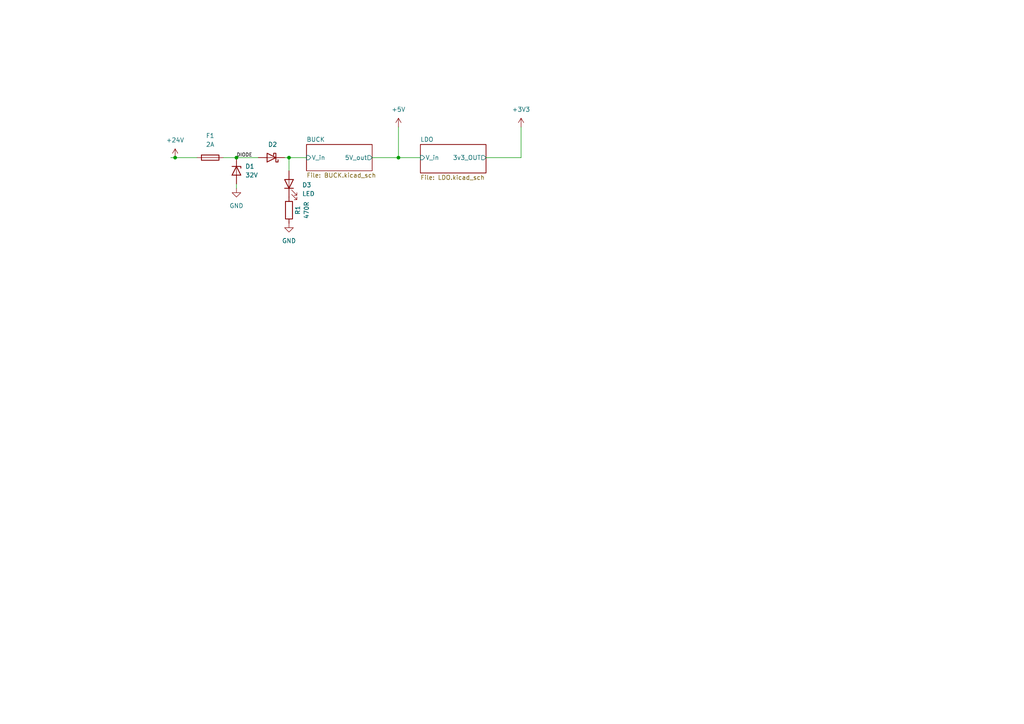
<source format=kicad_sch>
(kicad_sch (version 20211123) (generator eeschema)
  (paper "A4")
  (lib_symbols
    (symbol "Device:D_Schottky" (pin_numbers hide) (pin_names (offset 1.016) hide)
      (property "Reference" "D" (at 0 2.54 0))
      (property "Value" "D_Schottky" (at 0 -2.54 0))
      (symbol "D_Schottky_0_1"
        (polyline (pts (xy 1.27 0) (xy -1.27 0)))
        (polyline (pts (xy 1.27 1.27) (xy 1.27 -1.27) (xy -1.27 0) (xy 1.27 1.27)) (stroke (width 0.254)))
        (polyline (pts (xy -1.905 0.635) (xy -1.905 1.27) (xy -1.27 1.27) (xy -1.27 -1.27) (xy -0.635 -1.27) (xy -0.635 -0.635)) (stroke (width 0.254)))
      )
      (symbol "D_Schottky_1_1"
        (pin passive line (at -3.81 0 0) (length 2.54) (name "K") (number "1"))
        (pin passive line (at 3.81 0 180) (length 2.54) (name "A") (number "2"))
      )
    )
    (symbol "Device:D_Zener" (pin_numbers hide) (pin_names (offset 1.016) hide)
      (property "Reference" "D" (at 0 2.54 0))
      (property "Value" "D_Zener" (at 0 -2.54 0))
      (symbol "D_Zener_0_1"
        (polyline (pts (xy 1.27 0) (xy -1.27 0)))
        (polyline (pts (xy -1.27 -1.27) (xy -1.27 1.27) (xy -0.762 1.27)) (stroke (width 0.254)))
        (polyline (pts (xy 1.27 -1.27) (xy 1.27 1.27) (xy -1.27 0) (xy 1.27 -1.27)) (stroke (width 0.254)))
      )
      (symbol "D_Zener_1_1"
        (pin passive line (at -3.81 0 0) (length 2.54) (name "K") (number "1"))
        (pin passive line (at 3.81 0 180) (length 2.54) (name "A") (number "2"))
      )
    )
    (symbol "Device:Fuse" (pin_numbers hide) (pin_names (offset 0))
      (property "Reference" "F" (at 2.032 0 90))
      (property "Value" "Fuse" (at -1.905 0 90))
      (symbol "Fuse_0_1"
        (rectangle (start -0.762 -2.54) (end 0.762 2.54) (stroke (width 0.254)))
        (polyline (pts (xy 0 2.54) (xy 0 -2.54)))
      )
      (symbol "Fuse_1_1"
        (pin passive line (at 0 3.81 270) (length 1.27) (name "~") (number "1"))
        (pin passive line (at 0 -3.81 90) (length 1.27) (name "~") (number "2"))
      )
    )
    (symbol "Device:LED" (pin_numbers hide) (pin_names (offset 1.016) hide)
      (property "Reference" "D" (at 0 2.54 0))
      (property "Value" "LED" (at 0 -2.54 0))
      (symbol "LED_0_1"
        (polyline (pts (xy -1.27 -1.27) (xy -1.27 1.27)) (stroke (width 0.254)))
        (polyline (pts (xy -1.27 0) (xy 1.27 0)))
        (polyline (pts (xy 1.27 -1.27) (xy 1.27 1.27) (xy -1.27 0) (xy 1.27 -1.27)) (stroke (width 0.254)))
        (polyline (pts (xy -3.048 -0.762) (xy -4.572 -2.286) (xy -3.81 -2.286) (xy -4.572 -2.286) (xy -4.572 -1.524)))
        (polyline (pts (xy -1.778 -0.762) (xy -3.302 -2.286) (xy -2.54 -2.286) (xy -3.302 -2.286) (xy -3.302 -1.524)))
      )
      (symbol "LED_1_1"
        (pin passive line (at -3.81 0 0) (length 2.54) (name "K") (number "1"))
        (pin passive line (at 3.81 0 180) (length 2.54) (name "A") (number "2"))
      )
    )
    (symbol "Device:R" (pin_numbers hide) (pin_names (offset 0))
      (property "Reference" "R" (at 2.032 0 90))
      (property "Value" "R" (at 0 0 90))
      (symbol "R_0_1"
        (rectangle (start -1.016 -2.54) (end 1.016 2.54) (stroke (width 0.254)))
      )
      (symbol "R_1_1"
        (pin passive line (at 0 3.81 270) (length 1.27) (name "~") (number "1"))
        (pin passive line (at 0 -3.81 90) (length 1.27) (name "~") (number "2"))
      )
    )
    (symbol "power:+24V" (power) (pin_names (offset 0))
      (property "Value" "+24V" (at 0 3.556 0))
      (symbol "+24V_0_1"
        (polyline (pts (xy -0.762 1.27) (xy 0 2.54)))
        (polyline (pts (xy 0 0) (xy 0 2.54)))
        (polyline (pts (xy 0 2.54) (xy 0.762 1.27)))
      )
      (symbol "+24V_1_1"
        (pin power_in line (at 0 0 90) (length 0) hide (name "+24V") (number "1"))
      )
    )
    (symbol "power:+3V3" (power) (pin_names (offset 0))
      (property "Value" "+3V3" (at 0 3.556 0))
      (symbol "+3V3_0_1"
        (polyline (pts (xy -0.762 1.27) (xy 0 2.54)))
        (polyline (pts (xy 0 0) (xy 0 2.54)))
        (polyline (pts (xy 0 2.54) (xy 0.762 1.27)))
      )
      (symbol "+3V3_1_1"
        (pin power_in line (at 0 0 90) (length 0) hide (name "+3V3") (number "1"))
      )
    )
    (symbol "power:+5V" (power) (pin_names (offset 0))
      (property "Value" "+5V" (at 0 3.556 0))
      (symbol "+5V_0_1"
        (polyline (pts (xy -0.762 1.27) (xy 0 2.54)))
        (polyline (pts (xy 0 0) (xy 0 2.54)))
        (polyline (pts (xy 0 2.54) (xy 0.762 1.27)))
      )
      (symbol "+5V_1_1"
        (pin power_in line (at 0 0 90) (length 0) hide (name "+5V") (number "1"))
      )
    )
    (symbol "power:GND" (power) (pin_names (offset 0))
      (property "Value" "GND" (at 0 -3.81 0))
      (symbol "GND_0_1"
        (polyline (pts (xy 0 0) (xy 0 -1.27) (xy 1.27 -1.27) (xy 0 -2.54) (xy -1.27 -1.27) (xy 0 -1.27)))
      )
      (symbol "GND_1_1"
        (pin power_in line (at 0 0 270) (length 0) hide (name "GND") (number "1"))
      )
    )
  )
  (junction (at 115.57 45.72))
  (junction (at 50.8 45.72))
  (junction (at 83.82 45.72))
  (junction (at 68.58 45.72))
  (wire (pts (xy 82.55 45.72) (xy 83.82 45.72)))
  (wire (pts (xy 107.95 45.72) (xy 115.57 45.72)))
  (wire (pts (xy 115.57 36.83) (xy 115.57 45.72)))
  (wire (pts (xy 50.8 45.72) (xy 57.15 45.72)))
  (wire (pts (xy 115.57 45.72) (xy 121.92 45.72)))
  (wire (pts (xy 151.13 36.83) (xy 151.13 45.72)))
  (wire (pts (xy 68.58 45.72) (xy 74.93 45.72)))
  (wire (pts (xy 83.82 49.53) (xy 83.82 45.72)))
  (wire (pts (xy 151.13 45.72) (xy 140.97 45.72)))
  (wire (pts (xy 49.53 45.72) (xy 50.8 45.72)))
  (wire (pts (xy 64.77 45.72) (xy 68.58 45.72)))
  (wire (pts (xy 83.82 45.72) (xy 88.9 45.72)))
  (wire (pts (xy 68.58 54.61) (xy 68.58 53.34)))
  (label "DIODE" (at 68.58 45.72 0) (effects (font (size 1 1))))
  (symbol (lib_id "Device:D_Schottky") (at 78.74 45.72 180) (unit 1)
    (property "Reference" "D2" (at 79.0575 41.91 0))
    (property "Value" "0.7dV" (effects hide))
    (property "Footprint" "Diode_SMD:D_SMA" (effects hide))
    (property "Datasheet" "C14996" (effects hide))
  )
  (symbol (lib_id "power:+3V3") (at 151.13 36.83 0) (unit 1)
    (property "Reference" "#PWR0101" (effects hide))
    (property "Value" "+3V3" (at 151.13 31.75 0))
  )
  (symbol (lib_id "power:+5V") (at 115.57 36.83 0) (unit 1)
    (property "Reference" "#PWR0102" (effects hide))
    (property "Value" "+5V" (at 115.57 31.75 0))
  )
  (symbol (lib_id "power:GND") (at 68.58 54.61 0) (unit 1)
    (property "Reference" "#PWR0103" (effects hide))
    (property "Value" "GND" (at 68.58 59.69 0))
  )
  (symbol (lib_id "power:+24V") (at 50.8 45.72 0) (unit 1)
    (property "Reference" "#PWR0107" (effects hide))
    (property "Value" "+24V" (at 50.8 40.64 0))
  )
  (symbol (lib_id "Device:D_Zener") (at 68.58 49.53 270) (unit 1)
    (property "Reference" "D1" (at 71.12 48.2599 90) (effects (justify left)))
    (property "Value" "32V" (at 71.12 50.7999 90) (effects (justify left)))
    (property "Footprint" "Diode_SMD:D_SOD-323" (effects hide))
    (property "Datasheet" "C382868" (effects hide))
  )
  (symbol (lib_id "Device:Fuse") (at 60.96 45.72 270) (unit 1)
    (property "Reference" "F1" (at 60.96 39.37 90))
    (property "Value" "2A" (at 60.96 41.91 90))
    (property "Footprint" "Fuse:Fuse_1206_3216Metric_Pad1.42x1.75mm_HandSolder" (effects hide))
    (property "Datasheet" "C182445" (effects hide))
  )
  (symbol (lib_id "Device:LED") (at 83.82 53.34 90) (unit 1)
    (property "Reference" "D3" (at 87.63 53.6574 90) (effects (justify right)))
    (property "Value" "LED" (at 87.63 56.1974 90) (effects (justify right)))
    (property "Footprint" "LED_SMD:LED_0603_1608Metric_Pad1.05x0.95mm_HandSolder" (effects hide))
    (property "Datasheet" "C138546" (effects hide))
  )
  (symbol (lib_id "Device:R") (at 83.82 60.96 180) (unit 1)
    (property "Reference" "R1" (at 86.36 60.96 90))
    (property "Value" "470R" (at 88.9 60.96 90))
    (property "Footprint" "Resistor_SMD:R_0603_1608Metric_Pad0.98x0.95mm_HandSolder" (effects hide))
  )
  (symbol (lib_id "power:GND") (at 83.82 64.77 0) (unit 1)
    (property "Reference" "#PWR0108" (effects hide))
    (property "Value" "GND" (at 83.82 69.85 0))
  )
  (sheet (at 88.9 41.91) (size 19.05 7.62) (stroke (width 0.1524))
    (property "Sheet name" "BUCK" (at 88.9 41.1984 0) (effects (justify left bottom)))
    (property "Sheet file" "BUCK.kicad_sch" (at 88.9 50.1146 0) (effects (justify left top)))
    (pin "V_in" input (at 88.9 45.72 180))
    (pin "5V_out" output (at 107.95 45.72 0))
  )
  (sheet (at 121.92 41.91) (size 19.05 8.255) (stroke (width 0.1524))
    (property "Sheet name" "LDO" (at 121.92 41.1984 0) (effects (justify left bottom)))
    (property "Sheet file" "LDO.kicad_sch" (at 121.92 50.7496 0) (effects (justify left top)))
    (pin "V_in" input (at 121.92 45.72 180))
    (pin "3v3_OUT" output (at 140.97 45.72 0))
  )
)
</source>
